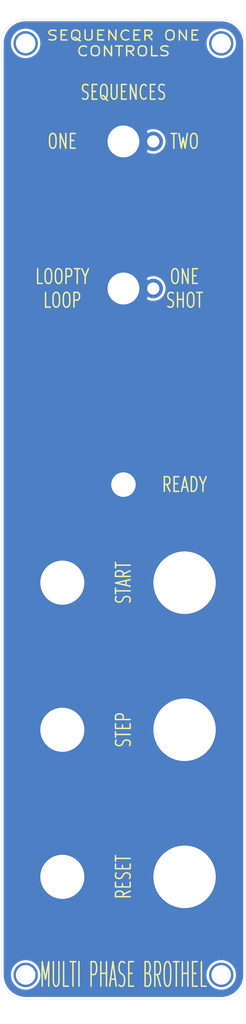
<source format=kicad_pcb>
(kicad_pcb (version 20211014) (generator pcbnew)
  (title_block (title "Sequencer One - Output Panel") (date "2024-01-18") (rev "v1") (company "Multi Phase Brothel"))
  (layers (0 "F.Cu" signal) (31 "B.Cu" signal) (34 "B.Paste" user) (35 "F.Paste" user) (36 "B.SilkS" user "B.Silkscreen") (37 "F.SilkS" user "F.Silkscreen") (38 "B.Mask" user) (39 "F.Mask" user) (44 "Edge.Cuts" user))
  (net 0 "")
  (net 1 "GND")
  (footprint "kosmo-panel:5mm LED Bare Hole" (layer "F.Cu") (at 75 120)
    (fp_text reference "REF**")
    (fp_text value "5mm LED Bare Hole")
    (pad "" thru_hole circle (at 0 0) (size 6 6) (drill 5) (layers *.Cu *.Mask) (net 1 "GND"))
  )
  (footprint "kosmo-panel:6.5 mm (Quarter Inch) Jack" (layer "F.Cu") (at 62.5 140)
    (fp_text reference "REF**")
    (fp_text value "6.5 mm (Quarter Inch) Jack")
    (pad "" thru_hole circle (at 0 0) (size 13 13) (drill 9) (layers *.Cu *.Mask) (net 1 "GND"))
  )
  (footprint "kosmo-panel:KOSMO 5 cm Panel" (layer "F.Cu") (at 50 25)
    (fp_text reference "REF**")
    (fp_text value "KOSMO 5 cm Panel")
    (fp_line (start 5 200) (end 45 200) (layer "Edge.Cuts") (width 0.05))
    (fp_line (start 50 5) (end 50 195) (layer "Edge.Cuts") (width 0.05))
    (fp_line (start 0 5) (end 0 195) (layer "Edge.Cuts") (width 0.05))
    (fp_line (start 5 0) (end 45 0) (layer "Edge.Cuts") (width 0.05))
    (fp_arc (start 45 0) (mid 48.535534 1.464466) (end 50 5) (layer "Edge.Cuts") (width 0.05))
    (fp_arc (start 0 5) (mid 1.464466 1.464466) (end 5 0) (layer "Edge.Cuts") (width 0.05))
    (fp_arc (start 50 195) (mid 48.535534 198.535534) (end 45 200) (layer "Edge.Cuts") (width 0.05))
    (fp_arc (start 5 200) (mid 1.464466 198.535534) (end 0 195) (layer "Edge.Cuts") (width 0.05))
    (pad "" np_thru_hole circle (at 45 5) (size 5 5) (drill 4) (layers F&B.Cu *.Mask))
    (pad "" np_thru_hole circle (at 5 195) (size 5 5) (drill 4) (layers F&B.Cu *.Mask))
    (pad "" np_thru_hole circle (at 45 195) (size 5 5) (drill 4) (layers F&B.Cu *.Mask))
    (pad "" np_thru_hole circle (at 5 5) (size 5 5) (drill 4) (layers F&B.Cu *.Mask))
  )
  (footprint "kosmo-panel:RP3502 Button" (layer "F.Cu") (at 87.5 140)
    (fp_text reference "REF**")
    (fp_text value "RP3502 Button")
    (pad "" thru_hole circle (at 0 0) (size 15 15) (drill 12.75) (layers *.Cu *.Mask) (net 1 "GND"))
  )
  (footprint "kosmo-panel:Miniature Toggle Switch" (layer "F.Cu") (at 75 80 90)
    (fp_text reference "REF**")
    (fp_text value "Miniature Toggle Switch")
    (pad "" thru_hole circle (at 0 6.1 90) (size 4 4) (drill 2.5) (layers *.Cu *.Mask))
    (pad "" thru_hole circle (at 0 0 90) (size 10.5 10.5) (drill 6.5) (layers *.Cu *.Mask) (net 1 "GND"))
  )
  (footprint "kosmo-panel:6.5 mm (Quarter Inch) Jack" (layer "F.Cu") (at 62.5 200)
    (fp_text reference "REF**")
    (fp_text value "6.5 mm (Quarter Inch) Jack")
    (pad "" thru_hole circle (at 0 0) (size 13 13) (drill 9) (layers *.Cu *.Mask) (net 1 "GND"))
  )
  (footprint "kosmo-panel:6.5 mm (Quarter Inch) Jack" (layer "F.Cu") (at 62.5 170)
    (fp_text reference "REF**")
    (fp_text value "6.5 mm (Quarter Inch) Jack")
    (pad "" thru_hole circle (at 0 0) (size 13 13) (drill 9) (layers *.Cu *.Mask) (net 1 "GND"))
  )
  (footprint "kosmo-panel:RP3502 Button" (layer "F.Cu") (at 87.5 200)
    (fp_text reference "REF**")
    (fp_text value "RP3502 Button")
    (pad "" thru_hole circle (at 0 0) (size 15 15) (drill 12.75) (layers *.Cu *.Mask) (net 1 "GND"))
  )
  (footprint "kosmo-panel:Miniature Toggle Switch" (layer "F.Cu") (at 75 50 90)
    (fp_text reference "REF**")
    (fp_text value "Miniature Toggle Switch")
    (pad "" thru_hole circle (at 0 0 90) (size 10.5 10.5) (drill 6.5) (layers *.Cu *.Mask) (net 1 "GND"))
    (pad "" thru_hole circle (at 0 6.1 90) (size 4 4) (drill 2.5) (layers *.Cu *.Mask))
  )
  (footprint "kosmo-panel:RP3502 Button" (layer "F.Cu") (at 87.5 170)
    (fp_text reference "REF**")
    (fp_text value "RP3502 Button")
    (pad "" thru_hole circle (at 0 0) (size 15 15) (drill 12.75) (layers *.Cu *.Mask) (net 1 "GND"))
  )
  (gr_text "ONE\nSHOT" (at 87.5 80) (layer "F.Cu") (effects (font (size 3 2) (thickness 0.3))))
  (gr_text "ONE" (at 62.5 50) (layer "F.Cu") (effects (font (size 3 2) (thickness 0.3))))
  (gr_text "START" (at 75 140 90) (layer "F.Cu") (effects (font (size 3 2) (thickness 0.3))))
  (gr_text "MULTI PHASE BROTHEL" (at 75 220) (layer "F.Cu") (effects (font (size 5 2) (thickness 0.3))))
  (gr_text "READY" (at 87.5 120) (layer "F.Cu") (effects (font (size 3 2) (thickness 0.3))))
  (gr_text "TWO" (at 87.5 50) (layer "F.Cu") (effects (font (size 3 2) (thickness 0.3))))
  (gr_text "RESET" (at 75 200 90) (layer "F.Cu") (effects (font (size 3 2) (thickness 0.3))))
  (gr_text "STEP" (at 75 170 90) (layer "F.Cu") (effects (font (size 3 2) (thickness 0.3))))
  (gr_text "SEQUENCES" (at 75 40) (layer "F.Cu") (effects (font (size 3 2) (thickness 0.3))))
  (gr_text "LOOPTY\nLOOP" (at 62.5 80) (layer "F.Cu") (effects (font (size 3 2) (thickness 0.3))))
  (gr_text "STEP" (at 75 170 90) (layer "F.SilkS") (effects (font (size 3 2) (thickness 0.3))))
  (gr_text "START" (at 75 140 90) (layer "F.SilkS") (effects (font (size 3 2) (thickness 0.3))))
  (gr_text "SEQUENCER ONE\nCONTROLS" (at 75 30) (layer "F.SilkS") (effects (font (size 2 2.5) (thickness 0.3))))
  (gr_text "LOOPTY\nLOOP" (at 62.5 80) (layer "F.SilkS") (effects (font (size 3 2) (thickness 0.3))))
  (gr_text "TWO" (at 87.5 50) (layer "F.SilkS") (effects (font (size 3 2) (thickness 0.3))))
  (gr_text "MULTI PHASE BROTHEL" (at 75 220) (layer "F.SilkS") (effects (font (size 5 2) (thickness 0.3))))
  (gr_text "SEQUENCES" (at 75 40) (layer "F.SilkS") (effects (font (size 3 2) (thickness 0.3))))
  (gr_text "ONE" (at 62.5 50) (layer "F.SilkS") (effects (font (size 3 2) (thickness 0.3))))
  (gr_text "RESET" (at 75 200 90) (layer "F.SilkS") (effects (font (size 3 2) (thickness 0.3))))
  (gr_text "ONE\nSHOT" (at 87.5 80) (layer "F.SilkS") (effects (font (size 3 2) (thickness 0.3))))
  (gr_text "READY" (at 87.5 120) (layer "F.SilkS") (effects (font (size 3 2) (thickness 0.3))))
  (zone (net 1) (net_name "GND") (layers F&B.Cu) (connect_pads yes (clearance 0.508)) (min_thickness 0.254) (fill yes (thermal_gap 0.508) (thermal_bridge_width 0.508))
    (polygon (pts (xy 100 225) (xy 50 225) (xy 50 25) (xy 100 25)))
  )
)
</source>
